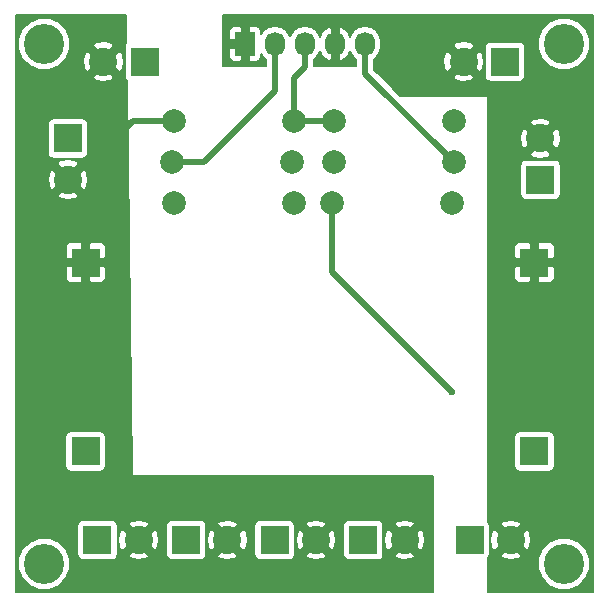
<source format=gtl>
G04 #@! TF.FileFunction,Copper,L1,Top,Signal*
%FSLAX46Y46*%
G04 Gerber Fmt 4.6, Leading zero omitted, Abs format (unit mm)*
G04 Created by KiCad (PCBNEW 4.0.4-stable) date 09/13/16 18:24:55*
%MOMM*%
%LPD*%
G01*
G04 APERTURE LIST*
%ADD10C,0.100000*%
%ADD11C,2.400000*%
%ADD12R,2.400000X2.400000*%
%ADD13C,1.998980*%
%ADD14R,1.727200X2.032000*%
%ADD15O,1.727200X2.032000*%
%ADD16C,3.400000*%
%ADD17C,0.600000*%
%ADD18C,0.530000*%
%ADD19C,0.200000*%
G04 APERTURE END LIST*
D10*
D11*
X61000000Y-145000000D03*
D12*
X57500000Y-145000000D03*
D11*
X68500000Y-145000000D03*
D12*
X65000000Y-145000000D03*
D11*
X76000000Y-145000000D03*
D12*
X72500000Y-145000000D03*
D11*
X83500000Y-145000000D03*
D12*
X80000000Y-145000000D03*
D11*
X55000000Y-114500000D03*
D12*
X55000000Y-111000000D03*
D11*
X95000000Y-111000000D03*
D12*
X95000000Y-114500000D03*
D11*
X92500000Y-145000000D03*
D12*
X89000000Y-145000000D03*
D13*
X64000000Y-109500000D03*
X74160000Y-109500000D03*
X77500000Y-109500000D03*
X87660000Y-109500000D03*
X74000000Y-113000000D03*
X63840000Y-113000000D03*
X77500000Y-113000000D03*
X87660000Y-113000000D03*
X64000000Y-116500000D03*
X74160000Y-116500000D03*
X87500000Y-116500000D03*
X77340000Y-116500000D03*
D12*
X94500000Y-137500000D03*
X94500000Y-121500000D03*
X56500000Y-121500000D03*
X56500000Y-137500000D03*
D14*
X70000000Y-103000000D03*
D15*
X72540000Y-103000000D03*
X75080000Y-103000000D03*
X77620000Y-103000000D03*
X80160000Y-103000000D03*
D11*
X88500000Y-104500000D03*
D12*
X92000000Y-104500000D03*
D16*
X53000000Y-147000000D03*
X97000000Y-147000000D03*
X97000000Y-103000000D03*
X53000000Y-103000000D03*
D11*
X58000000Y-104500000D03*
D12*
X61500000Y-104500000D03*
D17*
X87500000Y-132500000D03*
D18*
X64000000Y-109500000D02*
X60500000Y-109500000D01*
X60500000Y-109500000D02*
X59500000Y-110500000D01*
X77340000Y-122340000D02*
X87500000Y-132500000D01*
X77340000Y-122340000D02*
X77340000Y-116500000D01*
X74160000Y-109500000D02*
X74160000Y-105840000D01*
X75080000Y-104920000D02*
X75080000Y-103000000D01*
X74160000Y-105840000D02*
X75080000Y-104920000D01*
X77500000Y-109500000D02*
X74160000Y-109500000D01*
X72540000Y-103000000D02*
X72540000Y-106960000D01*
X66500000Y-113000000D02*
X72540000Y-106960000D01*
X66500000Y-113000000D02*
X63840000Y-113000000D01*
X80160000Y-103000000D02*
X80160000Y-105500000D01*
X80160000Y-105500000D02*
X87660000Y-113000000D01*
D19*
G36*
X59937273Y-102945203D02*
X59830370Y-103101661D01*
X59790205Y-103300000D01*
X59790205Y-105700000D01*
X59825069Y-105885289D01*
X59934575Y-106055465D01*
X59977011Y-106084460D01*
X60400008Y-139501266D01*
X60408378Y-139540068D01*
X60431186Y-139572558D01*
X60464836Y-139593614D01*
X60500000Y-139600000D01*
X85900000Y-139600000D01*
X85900000Y-149425000D01*
X50575000Y-149425000D01*
X50575000Y-147435687D01*
X50799619Y-147435687D01*
X51133843Y-148244572D01*
X51752173Y-148863982D01*
X52560473Y-149199618D01*
X53435687Y-149200381D01*
X54244572Y-148866157D01*
X54863982Y-148247827D01*
X55199618Y-147439527D01*
X55200381Y-146564313D01*
X54866157Y-145755428D01*
X54247827Y-145136018D01*
X53439527Y-144800382D01*
X52564313Y-144799619D01*
X51755428Y-145133843D01*
X51136018Y-145752173D01*
X50800382Y-146560473D01*
X50799619Y-147435687D01*
X50575000Y-147435687D01*
X50575000Y-143800000D01*
X55790205Y-143800000D01*
X55790205Y-146200000D01*
X55825069Y-146385289D01*
X55934575Y-146555465D01*
X56101661Y-146669630D01*
X56300000Y-146709795D01*
X58700000Y-146709795D01*
X58885289Y-146674931D01*
X59055465Y-146565425D01*
X59169630Y-146398339D01*
X59183587Y-146329416D01*
X60094848Y-146329416D01*
X60239270Y-146557446D01*
X60893185Y-146730011D01*
X61563362Y-146639198D01*
X61760730Y-146557446D01*
X61905152Y-146329416D01*
X61000000Y-145424264D01*
X60094848Y-146329416D01*
X59183587Y-146329416D01*
X59209795Y-146200000D01*
X59209795Y-144893185D01*
X59269989Y-144893185D01*
X59360802Y-145563362D01*
X59442554Y-145760730D01*
X59670584Y-145905152D01*
X60575736Y-145000000D01*
X61424264Y-145000000D01*
X62329416Y-145905152D01*
X62557446Y-145760730D01*
X62730011Y-145106815D01*
X62639198Y-144436638D01*
X62557446Y-144239270D01*
X62329416Y-144094848D01*
X61424264Y-145000000D01*
X60575736Y-145000000D01*
X59670584Y-144094848D01*
X59442554Y-144239270D01*
X59269989Y-144893185D01*
X59209795Y-144893185D01*
X59209795Y-143800000D01*
X59185445Y-143670584D01*
X60094848Y-143670584D01*
X61000000Y-144575736D01*
X61775736Y-143800000D01*
X63290205Y-143800000D01*
X63290205Y-146200000D01*
X63325069Y-146385289D01*
X63434575Y-146555465D01*
X63601661Y-146669630D01*
X63800000Y-146709795D01*
X66200000Y-146709795D01*
X66385289Y-146674931D01*
X66555465Y-146565425D01*
X66669630Y-146398339D01*
X66683587Y-146329416D01*
X67594848Y-146329416D01*
X67739270Y-146557446D01*
X68393185Y-146730011D01*
X69063362Y-146639198D01*
X69260730Y-146557446D01*
X69405152Y-146329416D01*
X68500000Y-145424264D01*
X67594848Y-146329416D01*
X66683587Y-146329416D01*
X66709795Y-146200000D01*
X66709795Y-144893185D01*
X66769989Y-144893185D01*
X66860802Y-145563362D01*
X66942554Y-145760730D01*
X67170584Y-145905152D01*
X68075736Y-145000000D01*
X68924264Y-145000000D01*
X69829416Y-145905152D01*
X70057446Y-145760730D01*
X70230011Y-145106815D01*
X70139198Y-144436638D01*
X70057446Y-144239270D01*
X69829416Y-144094848D01*
X68924264Y-145000000D01*
X68075736Y-145000000D01*
X67170584Y-144094848D01*
X66942554Y-144239270D01*
X66769989Y-144893185D01*
X66709795Y-144893185D01*
X66709795Y-143800000D01*
X66685445Y-143670584D01*
X67594848Y-143670584D01*
X68500000Y-144575736D01*
X69275736Y-143800000D01*
X70790205Y-143800000D01*
X70790205Y-146200000D01*
X70825069Y-146385289D01*
X70934575Y-146555465D01*
X71101661Y-146669630D01*
X71300000Y-146709795D01*
X73700000Y-146709795D01*
X73885289Y-146674931D01*
X74055465Y-146565425D01*
X74169630Y-146398339D01*
X74183587Y-146329416D01*
X75094848Y-146329416D01*
X75239270Y-146557446D01*
X75893185Y-146730011D01*
X76563362Y-146639198D01*
X76760730Y-146557446D01*
X76905152Y-146329416D01*
X76000000Y-145424264D01*
X75094848Y-146329416D01*
X74183587Y-146329416D01*
X74209795Y-146200000D01*
X74209795Y-144893185D01*
X74269989Y-144893185D01*
X74360802Y-145563362D01*
X74442554Y-145760730D01*
X74670584Y-145905152D01*
X75575736Y-145000000D01*
X76424264Y-145000000D01*
X77329416Y-145905152D01*
X77557446Y-145760730D01*
X77730011Y-145106815D01*
X77639198Y-144436638D01*
X77557446Y-144239270D01*
X77329416Y-144094848D01*
X76424264Y-145000000D01*
X75575736Y-145000000D01*
X74670584Y-144094848D01*
X74442554Y-144239270D01*
X74269989Y-144893185D01*
X74209795Y-144893185D01*
X74209795Y-143800000D01*
X74185445Y-143670584D01*
X75094848Y-143670584D01*
X76000000Y-144575736D01*
X76775736Y-143800000D01*
X78290205Y-143800000D01*
X78290205Y-146200000D01*
X78325069Y-146385289D01*
X78434575Y-146555465D01*
X78601661Y-146669630D01*
X78800000Y-146709795D01*
X81200000Y-146709795D01*
X81385289Y-146674931D01*
X81555465Y-146565425D01*
X81669630Y-146398339D01*
X81683587Y-146329416D01*
X82594848Y-146329416D01*
X82739270Y-146557446D01*
X83393185Y-146730011D01*
X84063362Y-146639198D01*
X84260730Y-146557446D01*
X84405152Y-146329416D01*
X83500000Y-145424264D01*
X82594848Y-146329416D01*
X81683587Y-146329416D01*
X81709795Y-146200000D01*
X81709795Y-144893185D01*
X81769989Y-144893185D01*
X81860802Y-145563362D01*
X81942554Y-145760730D01*
X82170584Y-145905152D01*
X83075736Y-145000000D01*
X83924264Y-145000000D01*
X84829416Y-145905152D01*
X85057446Y-145760730D01*
X85230011Y-145106815D01*
X85139198Y-144436638D01*
X85057446Y-144239270D01*
X84829416Y-144094848D01*
X83924264Y-145000000D01*
X83075736Y-145000000D01*
X82170584Y-144094848D01*
X81942554Y-144239270D01*
X81769989Y-144893185D01*
X81709795Y-144893185D01*
X81709795Y-143800000D01*
X81685445Y-143670584D01*
X82594848Y-143670584D01*
X83500000Y-144575736D01*
X84405152Y-143670584D01*
X84260730Y-143442554D01*
X83606815Y-143269989D01*
X82936638Y-143360802D01*
X82739270Y-143442554D01*
X82594848Y-143670584D01*
X81685445Y-143670584D01*
X81674931Y-143614711D01*
X81565425Y-143444535D01*
X81398339Y-143330370D01*
X81200000Y-143290205D01*
X78800000Y-143290205D01*
X78614711Y-143325069D01*
X78444535Y-143434575D01*
X78330370Y-143601661D01*
X78290205Y-143800000D01*
X76775736Y-143800000D01*
X76905152Y-143670584D01*
X76760730Y-143442554D01*
X76106815Y-143269989D01*
X75436638Y-143360802D01*
X75239270Y-143442554D01*
X75094848Y-143670584D01*
X74185445Y-143670584D01*
X74174931Y-143614711D01*
X74065425Y-143444535D01*
X73898339Y-143330370D01*
X73700000Y-143290205D01*
X71300000Y-143290205D01*
X71114711Y-143325069D01*
X70944535Y-143434575D01*
X70830370Y-143601661D01*
X70790205Y-143800000D01*
X69275736Y-143800000D01*
X69405152Y-143670584D01*
X69260730Y-143442554D01*
X68606815Y-143269989D01*
X67936638Y-143360802D01*
X67739270Y-143442554D01*
X67594848Y-143670584D01*
X66685445Y-143670584D01*
X66674931Y-143614711D01*
X66565425Y-143444535D01*
X66398339Y-143330370D01*
X66200000Y-143290205D01*
X63800000Y-143290205D01*
X63614711Y-143325069D01*
X63444535Y-143434575D01*
X63330370Y-143601661D01*
X63290205Y-143800000D01*
X61775736Y-143800000D01*
X61905152Y-143670584D01*
X61760730Y-143442554D01*
X61106815Y-143269989D01*
X60436638Y-143360802D01*
X60239270Y-143442554D01*
X60094848Y-143670584D01*
X59185445Y-143670584D01*
X59174931Y-143614711D01*
X59065425Y-143444535D01*
X58898339Y-143330370D01*
X58700000Y-143290205D01*
X56300000Y-143290205D01*
X56114711Y-143325069D01*
X55944535Y-143434575D01*
X55830370Y-143601661D01*
X55790205Y-143800000D01*
X50575000Y-143800000D01*
X50575000Y-136300000D01*
X54790205Y-136300000D01*
X54790205Y-138700000D01*
X54825069Y-138885289D01*
X54934575Y-139055465D01*
X55101661Y-139169630D01*
X55300000Y-139209795D01*
X57700000Y-139209795D01*
X57885289Y-139174931D01*
X58055465Y-139065425D01*
X58169630Y-138898339D01*
X58209795Y-138700000D01*
X58209795Y-136300000D01*
X58174931Y-136114711D01*
X58065425Y-135944535D01*
X57898339Y-135830370D01*
X57700000Y-135790205D01*
X55300000Y-135790205D01*
X55114711Y-135825069D01*
X54944535Y-135934575D01*
X54830370Y-136101661D01*
X54790205Y-136300000D01*
X50575000Y-136300000D01*
X50575000Y-121925000D01*
X54800000Y-121925000D01*
X54800000Y-122799456D01*
X54876121Y-122983227D01*
X55016773Y-123123880D01*
X55200544Y-123200000D01*
X56075000Y-123200000D01*
X56200000Y-123075000D01*
X56200000Y-121800000D01*
X56800000Y-121800000D01*
X56800000Y-123075000D01*
X56925000Y-123200000D01*
X57799456Y-123200000D01*
X57983227Y-123123880D01*
X58123879Y-122983227D01*
X58200000Y-122799456D01*
X58200000Y-121925000D01*
X58075000Y-121800000D01*
X56800000Y-121800000D01*
X56200000Y-121800000D01*
X54925000Y-121800000D01*
X54800000Y-121925000D01*
X50575000Y-121925000D01*
X50575000Y-120200544D01*
X54800000Y-120200544D01*
X54800000Y-121075000D01*
X54925000Y-121200000D01*
X56200000Y-121200000D01*
X56200000Y-119925000D01*
X56800000Y-119925000D01*
X56800000Y-121200000D01*
X58075000Y-121200000D01*
X58200000Y-121075000D01*
X58200000Y-120200544D01*
X58123879Y-120016773D01*
X57983227Y-119876120D01*
X57799456Y-119800000D01*
X56925000Y-119800000D01*
X56800000Y-119925000D01*
X56200000Y-119925000D01*
X56075000Y-119800000D01*
X55200544Y-119800000D01*
X55016773Y-119876120D01*
X54876121Y-120016773D01*
X54800000Y-120200544D01*
X50575000Y-120200544D01*
X50575000Y-115829416D01*
X54094848Y-115829416D01*
X54239270Y-116057446D01*
X54893185Y-116230011D01*
X55563362Y-116139198D01*
X55760730Y-116057446D01*
X55905152Y-115829416D01*
X55000000Y-114924264D01*
X54094848Y-115829416D01*
X50575000Y-115829416D01*
X50575000Y-114393185D01*
X53269989Y-114393185D01*
X53360802Y-115063362D01*
X53442554Y-115260730D01*
X53670584Y-115405152D01*
X54575736Y-114500000D01*
X55424264Y-114500000D01*
X56329416Y-115405152D01*
X56557446Y-115260730D01*
X56730011Y-114606815D01*
X56639198Y-113936638D01*
X56557446Y-113739270D01*
X56329416Y-113594848D01*
X55424264Y-114500000D01*
X54575736Y-114500000D01*
X53670584Y-113594848D01*
X53442554Y-113739270D01*
X53269989Y-114393185D01*
X50575000Y-114393185D01*
X50575000Y-113170584D01*
X54094848Y-113170584D01*
X55000000Y-114075736D01*
X55905152Y-113170584D01*
X55760730Y-112942554D01*
X55106815Y-112769989D01*
X54436638Y-112860802D01*
X54239270Y-112942554D01*
X54094848Y-113170584D01*
X50575000Y-113170584D01*
X50575000Y-109800000D01*
X53290205Y-109800000D01*
X53290205Y-112200000D01*
X53325069Y-112385289D01*
X53434575Y-112555465D01*
X53601661Y-112669630D01*
X53800000Y-112709795D01*
X56200000Y-112709795D01*
X56385289Y-112674931D01*
X56555465Y-112565425D01*
X56669630Y-112398339D01*
X56709795Y-112200000D01*
X56709795Y-109800000D01*
X56674931Y-109614711D01*
X56565425Y-109444535D01*
X56398339Y-109330370D01*
X56200000Y-109290205D01*
X53800000Y-109290205D01*
X53614711Y-109325069D01*
X53444535Y-109434575D01*
X53330370Y-109601661D01*
X53290205Y-109800000D01*
X50575000Y-109800000D01*
X50575000Y-105829416D01*
X57094848Y-105829416D01*
X57239270Y-106057446D01*
X57893185Y-106230011D01*
X58563362Y-106139198D01*
X58760730Y-106057446D01*
X58905152Y-105829416D01*
X58000000Y-104924264D01*
X57094848Y-105829416D01*
X50575000Y-105829416D01*
X50575000Y-103435687D01*
X50799619Y-103435687D01*
X51133843Y-104244572D01*
X51752173Y-104863982D01*
X52560473Y-105199618D01*
X53435687Y-105200381D01*
X54244572Y-104866157D01*
X54718370Y-104393185D01*
X56269989Y-104393185D01*
X56360802Y-105063362D01*
X56442554Y-105260730D01*
X56670584Y-105405152D01*
X57575736Y-104500000D01*
X58424264Y-104500000D01*
X59329416Y-105405152D01*
X59557446Y-105260730D01*
X59730011Y-104606815D01*
X59639198Y-103936638D01*
X59557446Y-103739270D01*
X59329416Y-103594848D01*
X58424264Y-104500000D01*
X57575736Y-104500000D01*
X56670584Y-103594848D01*
X56442554Y-103739270D01*
X56269989Y-104393185D01*
X54718370Y-104393185D01*
X54863982Y-104247827D01*
X55199618Y-103439527D01*
X55199852Y-103170584D01*
X57094848Y-103170584D01*
X58000000Y-104075736D01*
X58905152Y-103170584D01*
X58760730Y-102942554D01*
X58106815Y-102769989D01*
X57436638Y-102860802D01*
X57239270Y-102942554D01*
X57094848Y-103170584D01*
X55199852Y-103170584D01*
X55200381Y-102564313D01*
X54866157Y-101755428D01*
X54247827Y-101136018D01*
X53439527Y-100800382D01*
X52564313Y-100799619D01*
X51755428Y-101133843D01*
X51136018Y-101752173D01*
X50800382Y-102560473D01*
X50799619Y-103435687D01*
X50575000Y-103435687D01*
X50575000Y-100575000D01*
X59907271Y-100575000D01*
X59937273Y-102945203D01*
X59937273Y-102945203D01*
G37*
X59937273Y-102945203D02*
X59830370Y-103101661D01*
X59790205Y-103300000D01*
X59790205Y-105700000D01*
X59825069Y-105885289D01*
X59934575Y-106055465D01*
X59977011Y-106084460D01*
X60400008Y-139501266D01*
X60408378Y-139540068D01*
X60431186Y-139572558D01*
X60464836Y-139593614D01*
X60500000Y-139600000D01*
X85900000Y-139600000D01*
X85900000Y-149425000D01*
X50575000Y-149425000D01*
X50575000Y-147435687D01*
X50799619Y-147435687D01*
X51133843Y-148244572D01*
X51752173Y-148863982D01*
X52560473Y-149199618D01*
X53435687Y-149200381D01*
X54244572Y-148866157D01*
X54863982Y-148247827D01*
X55199618Y-147439527D01*
X55200381Y-146564313D01*
X54866157Y-145755428D01*
X54247827Y-145136018D01*
X53439527Y-144800382D01*
X52564313Y-144799619D01*
X51755428Y-145133843D01*
X51136018Y-145752173D01*
X50800382Y-146560473D01*
X50799619Y-147435687D01*
X50575000Y-147435687D01*
X50575000Y-143800000D01*
X55790205Y-143800000D01*
X55790205Y-146200000D01*
X55825069Y-146385289D01*
X55934575Y-146555465D01*
X56101661Y-146669630D01*
X56300000Y-146709795D01*
X58700000Y-146709795D01*
X58885289Y-146674931D01*
X59055465Y-146565425D01*
X59169630Y-146398339D01*
X59183587Y-146329416D01*
X60094848Y-146329416D01*
X60239270Y-146557446D01*
X60893185Y-146730011D01*
X61563362Y-146639198D01*
X61760730Y-146557446D01*
X61905152Y-146329416D01*
X61000000Y-145424264D01*
X60094848Y-146329416D01*
X59183587Y-146329416D01*
X59209795Y-146200000D01*
X59209795Y-144893185D01*
X59269989Y-144893185D01*
X59360802Y-145563362D01*
X59442554Y-145760730D01*
X59670584Y-145905152D01*
X60575736Y-145000000D01*
X61424264Y-145000000D01*
X62329416Y-145905152D01*
X62557446Y-145760730D01*
X62730011Y-145106815D01*
X62639198Y-144436638D01*
X62557446Y-144239270D01*
X62329416Y-144094848D01*
X61424264Y-145000000D01*
X60575736Y-145000000D01*
X59670584Y-144094848D01*
X59442554Y-144239270D01*
X59269989Y-144893185D01*
X59209795Y-144893185D01*
X59209795Y-143800000D01*
X59185445Y-143670584D01*
X60094848Y-143670584D01*
X61000000Y-144575736D01*
X61775736Y-143800000D01*
X63290205Y-143800000D01*
X63290205Y-146200000D01*
X63325069Y-146385289D01*
X63434575Y-146555465D01*
X63601661Y-146669630D01*
X63800000Y-146709795D01*
X66200000Y-146709795D01*
X66385289Y-146674931D01*
X66555465Y-146565425D01*
X66669630Y-146398339D01*
X66683587Y-146329416D01*
X67594848Y-146329416D01*
X67739270Y-146557446D01*
X68393185Y-146730011D01*
X69063362Y-146639198D01*
X69260730Y-146557446D01*
X69405152Y-146329416D01*
X68500000Y-145424264D01*
X67594848Y-146329416D01*
X66683587Y-146329416D01*
X66709795Y-146200000D01*
X66709795Y-144893185D01*
X66769989Y-144893185D01*
X66860802Y-145563362D01*
X66942554Y-145760730D01*
X67170584Y-145905152D01*
X68075736Y-145000000D01*
X68924264Y-145000000D01*
X69829416Y-145905152D01*
X70057446Y-145760730D01*
X70230011Y-145106815D01*
X70139198Y-144436638D01*
X70057446Y-144239270D01*
X69829416Y-144094848D01*
X68924264Y-145000000D01*
X68075736Y-145000000D01*
X67170584Y-144094848D01*
X66942554Y-144239270D01*
X66769989Y-144893185D01*
X66709795Y-144893185D01*
X66709795Y-143800000D01*
X66685445Y-143670584D01*
X67594848Y-143670584D01*
X68500000Y-144575736D01*
X69275736Y-143800000D01*
X70790205Y-143800000D01*
X70790205Y-146200000D01*
X70825069Y-146385289D01*
X70934575Y-146555465D01*
X71101661Y-146669630D01*
X71300000Y-146709795D01*
X73700000Y-146709795D01*
X73885289Y-146674931D01*
X74055465Y-146565425D01*
X74169630Y-146398339D01*
X74183587Y-146329416D01*
X75094848Y-146329416D01*
X75239270Y-146557446D01*
X75893185Y-146730011D01*
X76563362Y-146639198D01*
X76760730Y-146557446D01*
X76905152Y-146329416D01*
X76000000Y-145424264D01*
X75094848Y-146329416D01*
X74183587Y-146329416D01*
X74209795Y-146200000D01*
X74209795Y-144893185D01*
X74269989Y-144893185D01*
X74360802Y-145563362D01*
X74442554Y-145760730D01*
X74670584Y-145905152D01*
X75575736Y-145000000D01*
X76424264Y-145000000D01*
X77329416Y-145905152D01*
X77557446Y-145760730D01*
X77730011Y-145106815D01*
X77639198Y-144436638D01*
X77557446Y-144239270D01*
X77329416Y-144094848D01*
X76424264Y-145000000D01*
X75575736Y-145000000D01*
X74670584Y-144094848D01*
X74442554Y-144239270D01*
X74269989Y-144893185D01*
X74209795Y-144893185D01*
X74209795Y-143800000D01*
X74185445Y-143670584D01*
X75094848Y-143670584D01*
X76000000Y-144575736D01*
X76775736Y-143800000D01*
X78290205Y-143800000D01*
X78290205Y-146200000D01*
X78325069Y-146385289D01*
X78434575Y-146555465D01*
X78601661Y-146669630D01*
X78800000Y-146709795D01*
X81200000Y-146709795D01*
X81385289Y-146674931D01*
X81555465Y-146565425D01*
X81669630Y-146398339D01*
X81683587Y-146329416D01*
X82594848Y-146329416D01*
X82739270Y-146557446D01*
X83393185Y-146730011D01*
X84063362Y-146639198D01*
X84260730Y-146557446D01*
X84405152Y-146329416D01*
X83500000Y-145424264D01*
X82594848Y-146329416D01*
X81683587Y-146329416D01*
X81709795Y-146200000D01*
X81709795Y-144893185D01*
X81769989Y-144893185D01*
X81860802Y-145563362D01*
X81942554Y-145760730D01*
X82170584Y-145905152D01*
X83075736Y-145000000D01*
X83924264Y-145000000D01*
X84829416Y-145905152D01*
X85057446Y-145760730D01*
X85230011Y-145106815D01*
X85139198Y-144436638D01*
X85057446Y-144239270D01*
X84829416Y-144094848D01*
X83924264Y-145000000D01*
X83075736Y-145000000D01*
X82170584Y-144094848D01*
X81942554Y-144239270D01*
X81769989Y-144893185D01*
X81709795Y-144893185D01*
X81709795Y-143800000D01*
X81685445Y-143670584D01*
X82594848Y-143670584D01*
X83500000Y-144575736D01*
X84405152Y-143670584D01*
X84260730Y-143442554D01*
X83606815Y-143269989D01*
X82936638Y-143360802D01*
X82739270Y-143442554D01*
X82594848Y-143670584D01*
X81685445Y-143670584D01*
X81674931Y-143614711D01*
X81565425Y-143444535D01*
X81398339Y-143330370D01*
X81200000Y-143290205D01*
X78800000Y-143290205D01*
X78614711Y-143325069D01*
X78444535Y-143434575D01*
X78330370Y-143601661D01*
X78290205Y-143800000D01*
X76775736Y-143800000D01*
X76905152Y-143670584D01*
X76760730Y-143442554D01*
X76106815Y-143269989D01*
X75436638Y-143360802D01*
X75239270Y-143442554D01*
X75094848Y-143670584D01*
X74185445Y-143670584D01*
X74174931Y-143614711D01*
X74065425Y-143444535D01*
X73898339Y-143330370D01*
X73700000Y-143290205D01*
X71300000Y-143290205D01*
X71114711Y-143325069D01*
X70944535Y-143434575D01*
X70830370Y-143601661D01*
X70790205Y-143800000D01*
X69275736Y-143800000D01*
X69405152Y-143670584D01*
X69260730Y-143442554D01*
X68606815Y-143269989D01*
X67936638Y-143360802D01*
X67739270Y-143442554D01*
X67594848Y-143670584D01*
X66685445Y-143670584D01*
X66674931Y-143614711D01*
X66565425Y-143444535D01*
X66398339Y-143330370D01*
X66200000Y-143290205D01*
X63800000Y-143290205D01*
X63614711Y-143325069D01*
X63444535Y-143434575D01*
X63330370Y-143601661D01*
X63290205Y-143800000D01*
X61775736Y-143800000D01*
X61905152Y-143670584D01*
X61760730Y-143442554D01*
X61106815Y-143269989D01*
X60436638Y-143360802D01*
X60239270Y-143442554D01*
X60094848Y-143670584D01*
X59185445Y-143670584D01*
X59174931Y-143614711D01*
X59065425Y-143444535D01*
X58898339Y-143330370D01*
X58700000Y-143290205D01*
X56300000Y-143290205D01*
X56114711Y-143325069D01*
X55944535Y-143434575D01*
X55830370Y-143601661D01*
X55790205Y-143800000D01*
X50575000Y-143800000D01*
X50575000Y-136300000D01*
X54790205Y-136300000D01*
X54790205Y-138700000D01*
X54825069Y-138885289D01*
X54934575Y-139055465D01*
X55101661Y-139169630D01*
X55300000Y-139209795D01*
X57700000Y-139209795D01*
X57885289Y-139174931D01*
X58055465Y-139065425D01*
X58169630Y-138898339D01*
X58209795Y-138700000D01*
X58209795Y-136300000D01*
X58174931Y-136114711D01*
X58065425Y-135944535D01*
X57898339Y-135830370D01*
X57700000Y-135790205D01*
X55300000Y-135790205D01*
X55114711Y-135825069D01*
X54944535Y-135934575D01*
X54830370Y-136101661D01*
X54790205Y-136300000D01*
X50575000Y-136300000D01*
X50575000Y-121925000D01*
X54800000Y-121925000D01*
X54800000Y-122799456D01*
X54876121Y-122983227D01*
X55016773Y-123123880D01*
X55200544Y-123200000D01*
X56075000Y-123200000D01*
X56200000Y-123075000D01*
X56200000Y-121800000D01*
X56800000Y-121800000D01*
X56800000Y-123075000D01*
X56925000Y-123200000D01*
X57799456Y-123200000D01*
X57983227Y-123123880D01*
X58123879Y-122983227D01*
X58200000Y-122799456D01*
X58200000Y-121925000D01*
X58075000Y-121800000D01*
X56800000Y-121800000D01*
X56200000Y-121800000D01*
X54925000Y-121800000D01*
X54800000Y-121925000D01*
X50575000Y-121925000D01*
X50575000Y-120200544D01*
X54800000Y-120200544D01*
X54800000Y-121075000D01*
X54925000Y-121200000D01*
X56200000Y-121200000D01*
X56200000Y-119925000D01*
X56800000Y-119925000D01*
X56800000Y-121200000D01*
X58075000Y-121200000D01*
X58200000Y-121075000D01*
X58200000Y-120200544D01*
X58123879Y-120016773D01*
X57983227Y-119876120D01*
X57799456Y-119800000D01*
X56925000Y-119800000D01*
X56800000Y-119925000D01*
X56200000Y-119925000D01*
X56075000Y-119800000D01*
X55200544Y-119800000D01*
X55016773Y-119876120D01*
X54876121Y-120016773D01*
X54800000Y-120200544D01*
X50575000Y-120200544D01*
X50575000Y-115829416D01*
X54094848Y-115829416D01*
X54239270Y-116057446D01*
X54893185Y-116230011D01*
X55563362Y-116139198D01*
X55760730Y-116057446D01*
X55905152Y-115829416D01*
X55000000Y-114924264D01*
X54094848Y-115829416D01*
X50575000Y-115829416D01*
X50575000Y-114393185D01*
X53269989Y-114393185D01*
X53360802Y-115063362D01*
X53442554Y-115260730D01*
X53670584Y-115405152D01*
X54575736Y-114500000D01*
X55424264Y-114500000D01*
X56329416Y-115405152D01*
X56557446Y-115260730D01*
X56730011Y-114606815D01*
X56639198Y-113936638D01*
X56557446Y-113739270D01*
X56329416Y-113594848D01*
X55424264Y-114500000D01*
X54575736Y-114500000D01*
X53670584Y-113594848D01*
X53442554Y-113739270D01*
X53269989Y-114393185D01*
X50575000Y-114393185D01*
X50575000Y-113170584D01*
X54094848Y-113170584D01*
X55000000Y-114075736D01*
X55905152Y-113170584D01*
X55760730Y-112942554D01*
X55106815Y-112769989D01*
X54436638Y-112860802D01*
X54239270Y-112942554D01*
X54094848Y-113170584D01*
X50575000Y-113170584D01*
X50575000Y-109800000D01*
X53290205Y-109800000D01*
X53290205Y-112200000D01*
X53325069Y-112385289D01*
X53434575Y-112555465D01*
X53601661Y-112669630D01*
X53800000Y-112709795D01*
X56200000Y-112709795D01*
X56385289Y-112674931D01*
X56555465Y-112565425D01*
X56669630Y-112398339D01*
X56709795Y-112200000D01*
X56709795Y-109800000D01*
X56674931Y-109614711D01*
X56565425Y-109444535D01*
X56398339Y-109330370D01*
X56200000Y-109290205D01*
X53800000Y-109290205D01*
X53614711Y-109325069D01*
X53444535Y-109434575D01*
X53330370Y-109601661D01*
X53290205Y-109800000D01*
X50575000Y-109800000D01*
X50575000Y-105829416D01*
X57094848Y-105829416D01*
X57239270Y-106057446D01*
X57893185Y-106230011D01*
X58563362Y-106139198D01*
X58760730Y-106057446D01*
X58905152Y-105829416D01*
X58000000Y-104924264D01*
X57094848Y-105829416D01*
X50575000Y-105829416D01*
X50575000Y-103435687D01*
X50799619Y-103435687D01*
X51133843Y-104244572D01*
X51752173Y-104863982D01*
X52560473Y-105199618D01*
X53435687Y-105200381D01*
X54244572Y-104866157D01*
X54718370Y-104393185D01*
X56269989Y-104393185D01*
X56360802Y-105063362D01*
X56442554Y-105260730D01*
X56670584Y-105405152D01*
X57575736Y-104500000D01*
X58424264Y-104500000D01*
X59329416Y-105405152D01*
X59557446Y-105260730D01*
X59730011Y-104606815D01*
X59639198Y-103936638D01*
X59557446Y-103739270D01*
X59329416Y-103594848D01*
X58424264Y-104500000D01*
X57575736Y-104500000D01*
X56670584Y-103594848D01*
X56442554Y-103739270D01*
X56269989Y-104393185D01*
X54718370Y-104393185D01*
X54863982Y-104247827D01*
X55199618Y-103439527D01*
X55199852Y-103170584D01*
X57094848Y-103170584D01*
X58000000Y-104075736D01*
X58905152Y-103170584D01*
X58760730Y-102942554D01*
X58106815Y-102769989D01*
X57436638Y-102860802D01*
X57239270Y-102942554D01*
X57094848Y-103170584D01*
X55199852Y-103170584D01*
X55200381Y-102564313D01*
X54866157Y-101755428D01*
X54247827Y-101136018D01*
X53439527Y-100800382D01*
X52564313Y-100799619D01*
X51755428Y-101133843D01*
X51136018Y-101752173D01*
X50800382Y-102560473D01*
X50799619Y-103435687D01*
X50575000Y-103435687D01*
X50575000Y-100575000D01*
X59907271Y-100575000D01*
X59937273Y-102945203D01*
G36*
X99425000Y-149425000D02*
X90600000Y-149425000D01*
X90600000Y-147435687D01*
X94799619Y-147435687D01*
X95133843Y-148244572D01*
X95752173Y-148863982D01*
X96560473Y-149199618D01*
X97435687Y-149200381D01*
X98244572Y-148866157D01*
X98863982Y-148247827D01*
X99199618Y-147439527D01*
X99200381Y-146564313D01*
X98866157Y-145755428D01*
X98247827Y-145136018D01*
X97439527Y-144800382D01*
X96564313Y-144799619D01*
X95755428Y-145133843D01*
X95136018Y-145752173D01*
X94800382Y-146560473D01*
X94799619Y-147435687D01*
X90600000Y-147435687D01*
X90600000Y-146500246D01*
X90669630Y-146398339D01*
X90683587Y-146329416D01*
X91594848Y-146329416D01*
X91739270Y-146557446D01*
X92393185Y-146730011D01*
X93063362Y-146639198D01*
X93260730Y-146557446D01*
X93405152Y-146329416D01*
X92500000Y-145424264D01*
X91594848Y-146329416D01*
X90683587Y-146329416D01*
X90709795Y-146200000D01*
X90709795Y-144893185D01*
X90769989Y-144893185D01*
X90860802Y-145563362D01*
X90942554Y-145760730D01*
X91170584Y-145905152D01*
X92075736Y-145000000D01*
X92924264Y-145000000D01*
X93829416Y-145905152D01*
X94057446Y-145760730D01*
X94230011Y-145106815D01*
X94139198Y-144436638D01*
X94057446Y-144239270D01*
X93829416Y-144094848D01*
X92924264Y-145000000D01*
X92075736Y-145000000D01*
X91170584Y-144094848D01*
X90942554Y-144239270D01*
X90769989Y-144893185D01*
X90709795Y-144893185D01*
X90709795Y-143800000D01*
X90685445Y-143670584D01*
X91594848Y-143670584D01*
X92500000Y-144575736D01*
X93405152Y-143670584D01*
X93260730Y-143442554D01*
X92606815Y-143269989D01*
X91936638Y-143360802D01*
X91739270Y-143442554D01*
X91594848Y-143670584D01*
X90685445Y-143670584D01*
X90674931Y-143614711D01*
X90600000Y-143498266D01*
X90600000Y-136300000D01*
X92790205Y-136300000D01*
X92790205Y-138700000D01*
X92825069Y-138885289D01*
X92934575Y-139055465D01*
X93101661Y-139169630D01*
X93300000Y-139209795D01*
X95700000Y-139209795D01*
X95885289Y-139174931D01*
X96055465Y-139065425D01*
X96169630Y-138898339D01*
X96209795Y-138700000D01*
X96209795Y-136300000D01*
X96174931Y-136114711D01*
X96065425Y-135944535D01*
X95898339Y-135830370D01*
X95700000Y-135790205D01*
X93300000Y-135790205D01*
X93114711Y-135825069D01*
X92944535Y-135934575D01*
X92830370Y-136101661D01*
X92790205Y-136300000D01*
X90600000Y-136300000D01*
X90600000Y-121925000D01*
X92800000Y-121925000D01*
X92800000Y-122799456D01*
X92876121Y-122983227D01*
X93016773Y-123123880D01*
X93200544Y-123200000D01*
X94075000Y-123200000D01*
X94200000Y-123075000D01*
X94200000Y-121800000D01*
X94800000Y-121800000D01*
X94800000Y-123075000D01*
X94925000Y-123200000D01*
X95799456Y-123200000D01*
X95983227Y-123123880D01*
X96123879Y-122983227D01*
X96200000Y-122799456D01*
X96200000Y-121925000D01*
X96075000Y-121800000D01*
X94800000Y-121800000D01*
X94200000Y-121800000D01*
X92925000Y-121800000D01*
X92800000Y-121925000D01*
X90600000Y-121925000D01*
X90600000Y-120200544D01*
X92800000Y-120200544D01*
X92800000Y-121075000D01*
X92925000Y-121200000D01*
X94200000Y-121200000D01*
X94200000Y-119925000D01*
X94800000Y-119925000D01*
X94800000Y-121200000D01*
X96075000Y-121200000D01*
X96200000Y-121075000D01*
X96200000Y-120200544D01*
X96123879Y-120016773D01*
X95983227Y-119876120D01*
X95799456Y-119800000D01*
X94925000Y-119800000D01*
X94800000Y-119925000D01*
X94200000Y-119925000D01*
X94075000Y-119800000D01*
X93200544Y-119800000D01*
X93016773Y-119876120D01*
X92876121Y-120016773D01*
X92800000Y-120200544D01*
X90600000Y-120200544D01*
X90600000Y-113300000D01*
X93290205Y-113300000D01*
X93290205Y-115700000D01*
X93325069Y-115885289D01*
X93434575Y-116055465D01*
X93601661Y-116169630D01*
X93800000Y-116209795D01*
X96200000Y-116209795D01*
X96385289Y-116174931D01*
X96555465Y-116065425D01*
X96669630Y-115898339D01*
X96709795Y-115700000D01*
X96709795Y-113300000D01*
X96674931Y-113114711D01*
X96565425Y-112944535D01*
X96398339Y-112830370D01*
X96200000Y-112790205D01*
X93800000Y-112790205D01*
X93614711Y-112825069D01*
X93444535Y-112934575D01*
X93330370Y-113101661D01*
X93290205Y-113300000D01*
X90600000Y-113300000D01*
X90600000Y-112329416D01*
X94094848Y-112329416D01*
X94239270Y-112557446D01*
X94893185Y-112730011D01*
X95563362Y-112639198D01*
X95760730Y-112557446D01*
X95905152Y-112329416D01*
X95000000Y-111424264D01*
X94094848Y-112329416D01*
X90600000Y-112329416D01*
X90600000Y-110893185D01*
X93269989Y-110893185D01*
X93360802Y-111563362D01*
X93442554Y-111760730D01*
X93670584Y-111905152D01*
X94575736Y-111000000D01*
X95424264Y-111000000D01*
X96329416Y-111905152D01*
X96557446Y-111760730D01*
X96730011Y-111106815D01*
X96639198Y-110436638D01*
X96557446Y-110239270D01*
X96329416Y-110094848D01*
X95424264Y-111000000D01*
X94575736Y-111000000D01*
X93670584Y-110094848D01*
X93442554Y-110239270D01*
X93269989Y-110893185D01*
X90600000Y-110893185D01*
X90600000Y-109670584D01*
X94094848Y-109670584D01*
X95000000Y-110575736D01*
X95905152Y-109670584D01*
X95760730Y-109442554D01*
X95106815Y-109269989D01*
X94436638Y-109360802D01*
X94239270Y-109442554D01*
X94094848Y-109670584D01*
X90600000Y-109670584D01*
X90600000Y-107500000D01*
X90592121Y-107461094D01*
X90569727Y-107428319D01*
X90536346Y-107406839D01*
X90500000Y-107400000D01*
X83141874Y-107400000D01*
X81571290Y-105829416D01*
X87594848Y-105829416D01*
X87739270Y-106057446D01*
X88393185Y-106230011D01*
X89063362Y-106139198D01*
X89260730Y-106057446D01*
X89405152Y-105829416D01*
X88500000Y-104924264D01*
X87594848Y-105829416D01*
X81571290Y-105829416D01*
X80925000Y-105183126D01*
X80925000Y-104393185D01*
X86769989Y-104393185D01*
X86860802Y-105063362D01*
X86942554Y-105260730D01*
X87170584Y-105405152D01*
X88075736Y-104500000D01*
X88924264Y-104500000D01*
X89829416Y-105405152D01*
X90057446Y-105260730D01*
X90230011Y-104606815D01*
X90139198Y-103936638D01*
X90057446Y-103739270D01*
X89829416Y-103594848D01*
X88924264Y-104500000D01*
X88075736Y-104500000D01*
X87170584Y-103594848D01*
X86942554Y-103739270D01*
X86769989Y-104393185D01*
X80925000Y-104393185D01*
X80925000Y-104279419D01*
X81124211Y-104146311D01*
X81419802Y-103703927D01*
X81523600Y-103182100D01*
X81523600Y-103170584D01*
X87594848Y-103170584D01*
X88500000Y-104075736D01*
X89275736Y-103300000D01*
X90290205Y-103300000D01*
X90290205Y-105700000D01*
X90325069Y-105885289D01*
X90434575Y-106055465D01*
X90601661Y-106169630D01*
X90800000Y-106209795D01*
X93200000Y-106209795D01*
X93385289Y-106174931D01*
X93555465Y-106065425D01*
X93669630Y-105898339D01*
X93709795Y-105700000D01*
X93709795Y-103435687D01*
X94799619Y-103435687D01*
X95133843Y-104244572D01*
X95752173Y-104863982D01*
X96560473Y-105199618D01*
X97435687Y-105200381D01*
X98244572Y-104866157D01*
X98863982Y-104247827D01*
X99199618Y-103439527D01*
X99200381Y-102564313D01*
X98866157Y-101755428D01*
X98247827Y-101136018D01*
X97439527Y-100800382D01*
X96564313Y-100799619D01*
X95755428Y-101133843D01*
X95136018Y-101752173D01*
X94800382Y-102560473D01*
X94799619Y-103435687D01*
X93709795Y-103435687D01*
X93709795Y-103300000D01*
X93674931Y-103114711D01*
X93565425Y-102944535D01*
X93398339Y-102830370D01*
X93200000Y-102790205D01*
X90800000Y-102790205D01*
X90614711Y-102825069D01*
X90444535Y-102934575D01*
X90330370Y-103101661D01*
X90290205Y-103300000D01*
X89275736Y-103300000D01*
X89405152Y-103170584D01*
X89260730Y-102942554D01*
X88606815Y-102769989D01*
X87936638Y-102860802D01*
X87739270Y-102942554D01*
X87594848Y-103170584D01*
X81523600Y-103170584D01*
X81523600Y-102817900D01*
X81419802Y-102296073D01*
X81124211Y-101853689D01*
X80681827Y-101558098D01*
X80160000Y-101454300D01*
X79638173Y-101558098D01*
X79195789Y-101853689D01*
X78900198Y-102296073D01*
X78880288Y-102396169D01*
X78691622Y-102017799D01*
X78292499Y-101670872D01*
X78124394Y-101580717D01*
X77920000Y-101645880D01*
X77920000Y-102700000D01*
X77940000Y-102700000D01*
X77940000Y-103300000D01*
X77920000Y-103300000D01*
X77920000Y-104354120D01*
X78124394Y-104419283D01*
X78292499Y-104329128D01*
X78691622Y-103982201D01*
X78880288Y-103603831D01*
X78900198Y-103703927D01*
X79195789Y-104146311D01*
X79395000Y-104279419D01*
X79395000Y-104900000D01*
X75845000Y-104900000D01*
X75845000Y-104279419D01*
X76044211Y-104146311D01*
X76339802Y-103703927D01*
X76359712Y-103603831D01*
X76548378Y-103982201D01*
X76947501Y-104329128D01*
X77115606Y-104419283D01*
X77320000Y-104354120D01*
X77320000Y-103300000D01*
X77300000Y-103300000D01*
X77300000Y-102700000D01*
X77320000Y-102700000D01*
X77320000Y-101645880D01*
X77115606Y-101580717D01*
X76947501Y-101670872D01*
X76548378Y-102017799D01*
X76359712Y-102396169D01*
X76339802Y-102296073D01*
X76044211Y-101853689D01*
X75601827Y-101558098D01*
X75080000Y-101454300D01*
X74558173Y-101558098D01*
X74115789Y-101853689D01*
X73820198Y-102296073D01*
X73810000Y-102347342D01*
X73799802Y-102296073D01*
X73504211Y-101853689D01*
X73061827Y-101558098D01*
X72540000Y-101454300D01*
X72018173Y-101558098D01*
X71575789Y-101853689D01*
X71363600Y-102171253D01*
X71363600Y-101884544D01*
X71287480Y-101700773D01*
X71146827Y-101560121D01*
X70963056Y-101484000D01*
X70425000Y-101484000D01*
X70300000Y-101609000D01*
X70300000Y-102700000D01*
X70320000Y-102700000D01*
X70320000Y-103300000D01*
X70300000Y-103300000D01*
X70300000Y-104391000D01*
X70425000Y-104516000D01*
X70963056Y-104516000D01*
X71146827Y-104439879D01*
X71287480Y-104299227D01*
X71363600Y-104115456D01*
X71363600Y-103828747D01*
X71575789Y-104146311D01*
X71775000Y-104279419D01*
X71775000Y-104900000D01*
X68100000Y-104900000D01*
X68100000Y-103425000D01*
X68636400Y-103425000D01*
X68636400Y-104115456D01*
X68712520Y-104299227D01*
X68853173Y-104439879D01*
X69036944Y-104516000D01*
X69575000Y-104516000D01*
X69700000Y-104391000D01*
X69700000Y-103300000D01*
X68761400Y-103300000D01*
X68636400Y-103425000D01*
X68100000Y-103425000D01*
X68100000Y-101884544D01*
X68636400Y-101884544D01*
X68636400Y-102575000D01*
X68761400Y-102700000D01*
X69700000Y-102700000D01*
X69700000Y-101609000D01*
X69575000Y-101484000D01*
X69036944Y-101484000D01*
X68853173Y-101560121D01*
X68712520Y-101700773D01*
X68636400Y-101884544D01*
X68100000Y-101884544D01*
X68100000Y-100575000D01*
X99425000Y-100575000D01*
X99425000Y-149425000D01*
X99425000Y-149425000D01*
G37*
X99425000Y-149425000D02*
X90600000Y-149425000D01*
X90600000Y-147435687D01*
X94799619Y-147435687D01*
X95133843Y-148244572D01*
X95752173Y-148863982D01*
X96560473Y-149199618D01*
X97435687Y-149200381D01*
X98244572Y-148866157D01*
X98863982Y-148247827D01*
X99199618Y-147439527D01*
X99200381Y-146564313D01*
X98866157Y-145755428D01*
X98247827Y-145136018D01*
X97439527Y-144800382D01*
X96564313Y-144799619D01*
X95755428Y-145133843D01*
X95136018Y-145752173D01*
X94800382Y-146560473D01*
X94799619Y-147435687D01*
X90600000Y-147435687D01*
X90600000Y-146500246D01*
X90669630Y-146398339D01*
X90683587Y-146329416D01*
X91594848Y-146329416D01*
X91739270Y-146557446D01*
X92393185Y-146730011D01*
X93063362Y-146639198D01*
X93260730Y-146557446D01*
X93405152Y-146329416D01*
X92500000Y-145424264D01*
X91594848Y-146329416D01*
X90683587Y-146329416D01*
X90709795Y-146200000D01*
X90709795Y-144893185D01*
X90769989Y-144893185D01*
X90860802Y-145563362D01*
X90942554Y-145760730D01*
X91170584Y-145905152D01*
X92075736Y-145000000D01*
X92924264Y-145000000D01*
X93829416Y-145905152D01*
X94057446Y-145760730D01*
X94230011Y-145106815D01*
X94139198Y-144436638D01*
X94057446Y-144239270D01*
X93829416Y-144094848D01*
X92924264Y-145000000D01*
X92075736Y-145000000D01*
X91170584Y-144094848D01*
X90942554Y-144239270D01*
X90769989Y-144893185D01*
X90709795Y-144893185D01*
X90709795Y-143800000D01*
X90685445Y-143670584D01*
X91594848Y-143670584D01*
X92500000Y-144575736D01*
X93405152Y-143670584D01*
X93260730Y-143442554D01*
X92606815Y-143269989D01*
X91936638Y-143360802D01*
X91739270Y-143442554D01*
X91594848Y-143670584D01*
X90685445Y-143670584D01*
X90674931Y-143614711D01*
X90600000Y-143498266D01*
X90600000Y-136300000D01*
X92790205Y-136300000D01*
X92790205Y-138700000D01*
X92825069Y-138885289D01*
X92934575Y-139055465D01*
X93101661Y-139169630D01*
X93300000Y-139209795D01*
X95700000Y-139209795D01*
X95885289Y-139174931D01*
X96055465Y-139065425D01*
X96169630Y-138898339D01*
X96209795Y-138700000D01*
X96209795Y-136300000D01*
X96174931Y-136114711D01*
X96065425Y-135944535D01*
X95898339Y-135830370D01*
X95700000Y-135790205D01*
X93300000Y-135790205D01*
X93114711Y-135825069D01*
X92944535Y-135934575D01*
X92830370Y-136101661D01*
X92790205Y-136300000D01*
X90600000Y-136300000D01*
X90600000Y-121925000D01*
X92800000Y-121925000D01*
X92800000Y-122799456D01*
X92876121Y-122983227D01*
X93016773Y-123123880D01*
X93200544Y-123200000D01*
X94075000Y-123200000D01*
X94200000Y-123075000D01*
X94200000Y-121800000D01*
X94800000Y-121800000D01*
X94800000Y-123075000D01*
X94925000Y-123200000D01*
X95799456Y-123200000D01*
X95983227Y-123123880D01*
X96123879Y-122983227D01*
X96200000Y-122799456D01*
X96200000Y-121925000D01*
X96075000Y-121800000D01*
X94800000Y-121800000D01*
X94200000Y-121800000D01*
X92925000Y-121800000D01*
X92800000Y-121925000D01*
X90600000Y-121925000D01*
X90600000Y-120200544D01*
X92800000Y-120200544D01*
X92800000Y-121075000D01*
X92925000Y-121200000D01*
X94200000Y-121200000D01*
X94200000Y-119925000D01*
X94800000Y-119925000D01*
X94800000Y-121200000D01*
X96075000Y-121200000D01*
X96200000Y-121075000D01*
X96200000Y-120200544D01*
X96123879Y-120016773D01*
X95983227Y-119876120D01*
X95799456Y-119800000D01*
X94925000Y-119800000D01*
X94800000Y-119925000D01*
X94200000Y-119925000D01*
X94075000Y-119800000D01*
X93200544Y-119800000D01*
X93016773Y-119876120D01*
X92876121Y-120016773D01*
X92800000Y-120200544D01*
X90600000Y-120200544D01*
X90600000Y-113300000D01*
X93290205Y-113300000D01*
X93290205Y-115700000D01*
X93325069Y-115885289D01*
X93434575Y-116055465D01*
X93601661Y-116169630D01*
X93800000Y-116209795D01*
X96200000Y-116209795D01*
X96385289Y-116174931D01*
X96555465Y-116065425D01*
X96669630Y-115898339D01*
X96709795Y-115700000D01*
X96709795Y-113300000D01*
X96674931Y-113114711D01*
X96565425Y-112944535D01*
X96398339Y-112830370D01*
X96200000Y-112790205D01*
X93800000Y-112790205D01*
X93614711Y-112825069D01*
X93444535Y-112934575D01*
X93330370Y-113101661D01*
X93290205Y-113300000D01*
X90600000Y-113300000D01*
X90600000Y-112329416D01*
X94094848Y-112329416D01*
X94239270Y-112557446D01*
X94893185Y-112730011D01*
X95563362Y-112639198D01*
X95760730Y-112557446D01*
X95905152Y-112329416D01*
X95000000Y-111424264D01*
X94094848Y-112329416D01*
X90600000Y-112329416D01*
X90600000Y-110893185D01*
X93269989Y-110893185D01*
X93360802Y-111563362D01*
X93442554Y-111760730D01*
X93670584Y-111905152D01*
X94575736Y-111000000D01*
X95424264Y-111000000D01*
X96329416Y-111905152D01*
X96557446Y-111760730D01*
X96730011Y-111106815D01*
X96639198Y-110436638D01*
X96557446Y-110239270D01*
X96329416Y-110094848D01*
X95424264Y-111000000D01*
X94575736Y-111000000D01*
X93670584Y-110094848D01*
X93442554Y-110239270D01*
X93269989Y-110893185D01*
X90600000Y-110893185D01*
X90600000Y-109670584D01*
X94094848Y-109670584D01*
X95000000Y-110575736D01*
X95905152Y-109670584D01*
X95760730Y-109442554D01*
X95106815Y-109269989D01*
X94436638Y-109360802D01*
X94239270Y-109442554D01*
X94094848Y-109670584D01*
X90600000Y-109670584D01*
X90600000Y-107500000D01*
X90592121Y-107461094D01*
X90569727Y-107428319D01*
X90536346Y-107406839D01*
X90500000Y-107400000D01*
X83141874Y-107400000D01*
X81571290Y-105829416D01*
X87594848Y-105829416D01*
X87739270Y-106057446D01*
X88393185Y-106230011D01*
X89063362Y-106139198D01*
X89260730Y-106057446D01*
X89405152Y-105829416D01*
X88500000Y-104924264D01*
X87594848Y-105829416D01*
X81571290Y-105829416D01*
X80925000Y-105183126D01*
X80925000Y-104393185D01*
X86769989Y-104393185D01*
X86860802Y-105063362D01*
X86942554Y-105260730D01*
X87170584Y-105405152D01*
X88075736Y-104500000D01*
X88924264Y-104500000D01*
X89829416Y-105405152D01*
X90057446Y-105260730D01*
X90230011Y-104606815D01*
X90139198Y-103936638D01*
X90057446Y-103739270D01*
X89829416Y-103594848D01*
X88924264Y-104500000D01*
X88075736Y-104500000D01*
X87170584Y-103594848D01*
X86942554Y-103739270D01*
X86769989Y-104393185D01*
X80925000Y-104393185D01*
X80925000Y-104279419D01*
X81124211Y-104146311D01*
X81419802Y-103703927D01*
X81523600Y-103182100D01*
X81523600Y-103170584D01*
X87594848Y-103170584D01*
X88500000Y-104075736D01*
X89275736Y-103300000D01*
X90290205Y-103300000D01*
X90290205Y-105700000D01*
X90325069Y-105885289D01*
X90434575Y-106055465D01*
X90601661Y-106169630D01*
X90800000Y-106209795D01*
X93200000Y-106209795D01*
X93385289Y-106174931D01*
X93555465Y-106065425D01*
X93669630Y-105898339D01*
X93709795Y-105700000D01*
X93709795Y-103435687D01*
X94799619Y-103435687D01*
X95133843Y-104244572D01*
X95752173Y-104863982D01*
X96560473Y-105199618D01*
X97435687Y-105200381D01*
X98244572Y-104866157D01*
X98863982Y-104247827D01*
X99199618Y-103439527D01*
X99200381Y-102564313D01*
X98866157Y-101755428D01*
X98247827Y-101136018D01*
X97439527Y-100800382D01*
X96564313Y-100799619D01*
X95755428Y-101133843D01*
X95136018Y-101752173D01*
X94800382Y-102560473D01*
X94799619Y-103435687D01*
X93709795Y-103435687D01*
X93709795Y-103300000D01*
X93674931Y-103114711D01*
X93565425Y-102944535D01*
X93398339Y-102830370D01*
X93200000Y-102790205D01*
X90800000Y-102790205D01*
X90614711Y-102825069D01*
X90444535Y-102934575D01*
X90330370Y-103101661D01*
X90290205Y-103300000D01*
X89275736Y-103300000D01*
X89405152Y-103170584D01*
X89260730Y-102942554D01*
X88606815Y-102769989D01*
X87936638Y-102860802D01*
X87739270Y-102942554D01*
X87594848Y-103170584D01*
X81523600Y-103170584D01*
X81523600Y-102817900D01*
X81419802Y-102296073D01*
X81124211Y-101853689D01*
X80681827Y-101558098D01*
X80160000Y-101454300D01*
X79638173Y-101558098D01*
X79195789Y-101853689D01*
X78900198Y-102296073D01*
X78880288Y-102396169D01*
X78691622Y-102017799D01*
X78292499Y-101670872D01*
X78124394Y-101580717D01*
X77920000Y-101645880D01*
X77920000Y-102700000D01*
X77940000Y-102700000D01*
X77940000Y-103300000D01*
X77920000Y-103300000D01*
X77920000Y-104354120D01*
X78124394Y-104419283D01*
X78292499Y-104329128D01*
X78691622Y-103982201D01*
X78880288Y-103603831D01*
X78900198Y-103703927D01*
X79195789Y-104146311D01*
X79395000Y-104279419D01*
X79395000Y-104900000D01*
X75845000Y-104900000D01*
X75845000Y-104279419D01*
X76044211Y-104146311D01*
X76339802Y-103703927D01*
X76359712Y-103603831D01*
X76548378Y-103982201D01*
X76947501Y-104329128D01*
X77115606Y-104419283D01*
X77320000Y-104354120D01*
X77320000Y-103300000D01*
X77300000Y-103300000D01*
X77300000Y-102700000D01*
X77320000Y-102700000D01*
X77320000Y-101645880D01*
X77115606Y-101580717D01*
X76947501Y-101670872D01*
X76548378Y-102017799D01*
X76359712Y-102396169D01*
X76339802Y-102296073D01*
X76044211Y-101853689D01*
X75601827Y-101558098D01*
X75080000Y-101454300D01*
X74558173Y-101558098D01*
X74115789Y-101853689D01*
X73820198Y-102296073D01*
X73810000Y-102347342D01*
X73799802Y-102296073D01*
X73504211Y-101853689D01*
X73061827Y-101558098D01*
X72540000Y-101454300D01*
X72018173Y-101558098D01*
X71575789Y-101853689D01*
X71363600Y-102171253D01*
X71363600Y-101884544D01*
X71287480Y-101700773D01*
X71146827Y-101560121D01*
X70963056Y-101484000D01*
X70425000Y-101484000D01*
X70300000Y-101609000D01*
X70300000Y-102700000D01*
X70320000Y-102700000D01*
X70320000Y-103300000D01*
X70300000Y-103300000D01*
X70300000Y-104391000D01*
X70425000Y-104516000D01*
X70963056Y-104516000D01*
X71146827Y-104439879D01*
X71287480Y-104299227D01*
X71363600Y-104115456D01*
X71363600Y-103828747D01*
X71575789Y-104146311D01*
X71775000Y-104279419D01*
X71775000Y-104900000D01*
X68100000Y-104900000D01*
X68100000Y-103425000D01*
X68636400Y-103425000D01*
X68636400Y-104115456D01*
X68712520Y-104299227D01*
X68853173Y-104439879D01*
X69036944Y-104516000D01*
X69575000Y-104516000D01*
X69700000Y-104391000D01*
X69700000Y-103300000D01*
X68761400Y-103300000D01*
X68636400Y-103425000D01*
X68100000Y-103425000D01*
X68100000Y-101884544D01*
X68636400Y-101884544D01*
X68636400Y-102575000D01*
X68761400Y-102700000D01*
X69700000Y-102700000D01*
X69700000Y-101609000D01*
X69575000Y-101484000D01*
X69036944Y-101484000D01*
X68853173Y-101560121D01*
X68712520Y-101700773D01*
X68636400Y-101884544D01*
X68100000Y-101884544D01*
X68100000Y-100575000D01*
X99425000Y-100575000D01*
X99425000Y-149425000D01*
M02*

</source>
